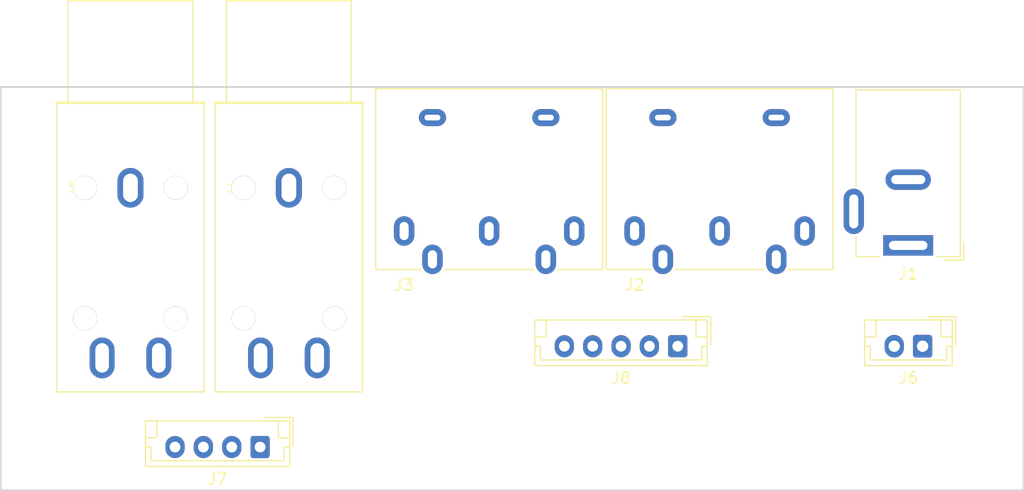
<source format=kicad_pcb>
(kicad_pcb (version 20171130) (host pcbnew "(5.0.2-5)-5")

  (general
    (thickness 1.6)
    (drawings 4)
    (tracks 0)
    (zones 0)
    (modules 8)
    (nets 20)
  )

  (page A4)
  (layers
    (0 F.Cu signal)
    (31 B.Cu signal)
    (32 B.Adhes user)
    (33 F.Adhes user)
    (34 B.Paste user)
    (35 F.Paste user)
    (36 B.SilkS user)
    (37 F.SilkS user)
    (38 B.Mask user)
    (39 F.Mask user)
    (40 Dwgs.User user)
    (41 Cmts.User user)
    (42 Eco1.User user)
    (43 Eco2.User user)
    (44 Edge.Cuts user)
    (45 Margin user)
    (46 B.CrtYd user)
    (47 F.CrtYd user)
    (48 B.Fab user)
    (49 F.Fab user)
  )

  (setup
    (last_trace_width 0.25)
    (trace_clearance 0.2)
    (zone_clearance 0.508)
    (zone_45_only no)
    (trace_min 0.2)
    (segment_width 0.2)
    (edge_width 0.15)
    (via_size 0.8)
    (via_drill 0.4)
    (via_min_size 0.4)
    (via_min_drill 0.3)
    (uvia_size 0.3)
    (uvia_drill 0.1)
    (uvias_allowed no)
    (uvia_min_size 0.2)
    (uvia_min_drill 0.1)
    (pcb_text_width 0.3)
    (pcb_text_size 1.5 1.5)
    (mod_edge_width 0.15)
    (mod_text_size 1 1)
    (mod_text_width 0.15)
    (pad_size 1.524 1.524)
    (pad_drill 0.762)
    (pad_to_mask_clearance 0.051)
    (solder_mask_min_width 0.25)
    (aux_axis_origin 0 0)
    (visible_elements FFFFFF7F)
    (pcbplotparams
      (layerselection 0x010fc_ffffffff)
      (usegerberextensions false)
      (usegerberattributes false)
      (usegerberadvancedattributes false)
      (creategerberjobfile false)
      (excludeedgelayer true)
      (linewidth 0.100000)
      (plotframeref false)
      (viasonmask false)
      (mode 1)
      (useauxorigin false)
      (hpglpennumber 1)
      (hpglpenspeed 20)
      (hpglpendiameter 15.000000)
      (psnegative false)
      (psa4output false)
      (plotreference true)
      (plotvalue true)
      (plotinvisibletext false)
      (padsonsilk false)
      (subtractmaskfromsilk false)
      (outputformat 1)
      (mirror false)
      (drillshape 1)
      (scaleselection 1)
      (outputdirectory ""))
  )

  (net 0 "")
  (net 1 "Net-(J1-Pad3)")
  (net 2 POW2)
  (net 3 POW1)
  (net 4 MIN_4)
  (net 5 "Net-(J2-Pad1)")
  (net 6 "Net-(J2-Pad2)")
  (net 7 "Net-(J2-Pad3)")
  (net 8 MIN_5)
  (net 9 MOUT_5)
  (net 10 "Net-(J3-Pad3)")
  (net 11 MOUT_2)
  (net 12 "Net-(J3-Pad1)")
  (net 13 MOUT_4)
  (net 14 IN_T)
  (net 15 "Net-(J4-PadR)")
  (net 16 IN_S)
  (net 17 OUT_S)
  (net 18 "Net-(J5-PadR)")
  (net 19 OUT_T)

  (net_class Default "This is the default net class."
    (clearance 0.2)
    (trace_width 0.25)
    (via_dia 0.8)
    (via_drill 0.4)
    (uvia_dia 0.3)
    (uvia_drill 0.1)
    (add_net IN_S)
    (add_net IN_T)
    (add_net MIN_4)
    (add_net MIN_5)
    (add_net MOUT_2)
    (add_net MOUT_4)
    (add_net MOUT_5)
    (add_net "Net-(J1-Pad3)")
    (add_net "Net-(J2-Pad1)")
    (add_net "Net-(J2-Pad2)")
    (add_net "Net-(J2-Pad3)")
    (add_net "Net-(J3-Pad1)")
    (add_net "Net-(J3-Pad3)")
    (add_net "Net-(J4-PadR)")
    (add_net "Net-(J5-PadR)")
    (add_net OUT_S)
    (add_net OUT_T)
    (add_net POW1)
    (add_net POW2)
  )

  (module Connector_BarrelJack:BarrelJack_Wuerth_6941xx301002 (layer F.Cu) (tedit 5B191DE1) (tstamp 5DB656F0)
    (at 184.15 100.33 180)
    (descr "Wuerth electronics barrel jack connector (5.5mm outher diameter, inner diameter 2.05mm or 2.55mm depending on exact order number), See: http://katalog.we-online.de/em/datasheet/6941xx301002.pdf")
    (tags "connector barrel jack")
    (path /5DB640A8)
    (fp_text reference J1 (at 0 -2.5 180) (layer F.SilkS)
      (effects (font (size 1 1) (thickness 0.15)))
    )
    (fp_text value Barrel_Jack_Switch (at 0 15.5 180) (layer F.Fab)
      (effects (font (size 1 1) (thickness 0.15)))
    )
    (fp_line (start 5 14.1) (end 5 5.5) (layer F.CrtYd) (width 0.05))
    (fp_line (start 4.6 5.2) (end 4.6 13.7) (layer F.SilkS) (width 0.12))
    (fp_line (start -4.5 0.1) (end -3.5 -0.9) (layer F.Fab) (width 0.1))
    (fp_line (start 4.5 -0.9) (end -3.5 -0.9) (layer F.Fab) (width 0.1))
    (fp_line (start 4.5 -0.9) (end 4.5 13.6) (layer F.Fab) (width 0.1))
    (fp_line (start 4.5 13.6) (end -4.5 13.6) (layer F.Fab) (width 0.1))
    (fp_line (start -4.5 13.6) (end -4.5 0.1) (layer F.Fab) (width 0.1))
    (fp_text user %R (at 0 7.5 180) (layer F.Fab)
      (effects (font (size 1 1) (thickness 0.15)))
    )
    (fp_line (start 4.6 13.7) (end -4.6 13.7) (layer F.SilkS) (width 0.12))
    (fp_line (start -4.6 13.7) (end -4.6 -1) (layer F.SilkS) (width 0.12))
    (fp_line (start 2.5 -1) (end 4.6 -1) (layer F.SilkS) (width 0.12))
    (fp_line (start 4.6 -1) (end 4.6 0.8) (layer F.SilkS) (width 0.12))
    (fp_line (start -3.2 -1.3) (end -4.9 -1.3) (layer F.SilkS) (width 0.12))
    (fp_line (start -4.9 -1.3) (end -4.9 0.3) (layer F.SilkS) (width 0.12))
    (fp_line (start 5 -1.4) (end -5 -1.4) (layer F.CrtYd) (width 0.05))
    (fp_line (start -5 -1.4) (end -5 14.1) (layer F.CrtYd) (width 0.05))
    (fp_line (start -5 14.1) (end 5 14.1) (layer F.CrtYd) (width 0.05))
    (fp_line (start 5 0.5) (end 5 -1.4) (layer F.CrtYd) (width 0.05))
    (fp_line (start 6.2 0.5) (end 6.2 5.5) (layer F.CrtYd) (width 0.05))
    (fp_line (start 6.2 5.5) (end 5 5.5) (layer F.CrtYd) (width 0.05))
    (fp_line (start 6.2 0.5) (end 5 0.5) (layer F.CrtYd) (width 0.05))
    (fp_line (start -4.6 -1) (end -2.5 -1) (layer F.SilkS) (width 0.12))
    (pad 3 thru_hole oval (at 4.8 3 270) (size 4 1.8) (drill oval 3 0.8) (layers *.Cu *.Mask)
      (net 1 "Net-(J1-Pad3)"))
    (pad 2 thru_hole oval (at 0 5.8 180) (size 4 1.8) (drill oval 3 0.8) (layers *.Cu *.Mask)
      (net 2 POW2))
    (pad 1 thru_hole rect (at 0 0 180) (size 4.4 1.8) (drill oval 3.4 0.8) (layers *.Cu *.Mask)
      (net 3 POW1))
    (model ${KISYS3DMOD}/Connector_BarrelJack.3dshapes/BarrelJack_Wuerth_6941xx301002.wrl
      (at (xyz 0 0 0))
      (scale (xyz 1 1 1))
      (rotate (xyz 0 0 0))
    )
  )

  (module Connectors:DIN5MIDI-OOTDTY (layer F.Cu) (tedit 5D911197) (tstamp 5DB659FB)
    (at 160.02 99.06)
    (descr "standard DIN connector, 5 pins, midi")
    (tags "OOTDTY DIN 5-pins connector midi")
    (path /5DB63F10)
    (fp_text reference J2 (at 0 4.75) (layer F.SilkS)
      (effects (font (size 1 1) (thickness 0.15)))
    )
    (fp_text value DIN-5_180degree (at 7.49 -4.27 180) (layer F.Fab)
      (effects (font (size 1 1) (thickness 0.15)))
    )
    (fp_line (start 17.5 3.39) (end 13.54 3.39) (layer F.SilkS) (width 0.12))
    (fp_line (start 17.5 3.39) (end 17.5 -12.54) (layer F.SilkS) (width 0.12))
    (fp_line (start 17.5 -12.54) (end -2.5 -12.54) (layer F.SilkS) (width 0.12))
    (fp_line (start -2.5 3.39) (end -2.5 -12.54) (layer F.SilkS) (width 0.12))
    (fp_line (start 11.44 3.39) (end 3.57 3.39) (layer F.SilkS) (width 0.12))
    (fp_line (start 1.46 3.39) (end -2.5 3.39) (layer F.SilkS) (width 0.12))
    (fp_line (start 17.75 3.9) (end -2.75 3.9) (layer F.CrtYd) (width 0.05))
    (fp_line (start -2.75 -12.8) (end -2.75 3.9) (layer F.CrtYd) (width 0.05))
    (fp_line (start 17.75 -12.8) (end -2.75 -12.8) (layer F.CrtYd) (width 0.05))
    (fp_line (start 17.75 3.9) (end 17.75 -12.8) (layer F.CrtYd) (width 0.05))
    (pad 4 thru_hole oval (at 2.5 2.5) (size 1.8 2.6) (drill oval 0.8 1.6) (layers *.Cu *.Mask)
      (net 4 MIN_4))
    (pad 1 thru_hole oval (at 0 0) (size 1.8 2.6) (drill oval 0.8 1.6) (layers *.Cu *.Mask)
      (net 5 "Net-(J2-Pad1)"))
    (pad 2 thru_hole oval (at 7.5 0) (size 1.8 2.6) (drill oval 0.8 1.6) (layers *.Cu *.Mask)
      (net 6 "Net-(J2-Pad2)"))
    (pad 3 thru_hole oval (at 15 0) (size 1.8 2.6) (drill oval 0.8 1.6) (layers *.Cu *.Mask)
      (net 7 "Net-(J2-Pad3)"))
    (pad 5 thru_hole oval (at 12.5 2.5) (size 1.8 2.6) (drill oval 0.8 1.6) (layers *.Cu *.Mask)
      (net 8 MIN_5))
    (pad "" thru_hole oval (at 2.5 -10) (size 2.4 1.5) (drill oval 1.4 0.5) (layers *.Cu *.Mask))
    (pad "" thru_hole oval (at 12.5 -10) (size 2.4 1.5) (drill oval 1.4 0.5) (layers *.Cu *.Mask))
    (model ${KISYS3DMOD}/Connectors.3dshapes/SDS-50J.wrl
      (offset (xyz 7.365999889373779 12.44599981307983 0))
      (scale (xyz 0.39 0.39 0.39))
      (rotate (xyz -90 0 180))
    )
  )

  (module Connectors:DIN5MIDI-OOTDTY (layer F.Cu) (tedit 5D911197) (tstamp 5DB6571A)
    (at 139.7 99.06)
    (descr "standard DIN connector, 5 pins, midi")
    (tags "OOTDTY DIN 5-pins connector midi")
    (path /5DB64337)
    (fp_text reference J3 (at 0 4.75) (layer F.SilkS)
      (effects (font (size 1 1) (thickness 0.15)))
    )
    (fp_text value DIN-5_180degree (at 7.49 -4.27 180) (layer F.Fab)
      (effects (font (size 1 1) (thickness 0.15)))
    )
    (fp_line (start 17.75 3.9) (end 17.75 -12.8) (layer F.CrtYd) (width 0.05))
    (fp_line (start 17.75 -12.8) (end -2.75 -12.8) (layer F.CrtYd) (width 0.05))
    (fp_line (start -2.75 -12.8) (end -2.75 3.9) (layer F.CrtYd) (width 0.05))
    (fp_line (start 17.75 3.9) (end -2.75 3.9) (layer F.CrtYd) (width 0.05))
    (fp_line (start 1.46 3.39) (end -2.5 3.39) (layer F.SilkS) (width 0.12))
    (fp_line (start 11.44 3.39) (end 3.57 3.39) (layer F.SilkS) (width 0.12))
    (fp_line (start -2.5 3.39) (end -2.5 -12.54) (layer F.SilkS) (width 0.12))
    (fp_line (start 17.5 -12.54) (end -2.5 -12.54) (layer F.SilkS) (width 0.12))
    (fp_line (start 17.5 3.39) (end 17.5 -12.54) (layer F.SilkS) (width 0.12))
    (fp_line (start 17.5 3.39) (end 13.54 3.39) (layer F.SilkS) (width 0.12))
    (pad "" thru_hole oval (at 12.5 -10) (size 2.4 1.5) (drill oval 1.4 0.5) (layers *.Cu *.Mask))
    (pad "" thru_hole oval (at 2.5 -10) (size 2.4 1.5) (drill oval 1.4 0.5) (layers *.Cu *.Mask))
    (pad 5 thru_hole oval (at 12.5 2.5) (size 1.8 2.6) (drill oval 0.8 1.6) (layers *.Cu *.Mask)
      (net 9 MOUT_5))
    (pad 3 thru_hole oval (at 15 0) (size 1.8 2.6) (drill oval 0.8 1.6) (layers *.Cu *.Mask)
      (net 10 "Net-(J3-Pad3)"))
    (pad 2 thru_hole oval (at 7.5 0) (size 1.8 2.6) (drill oval 0.8 1.6) (layers *.Cu *.Mask)
      (net 11 MOUT_2))
    (pad 1 thru_hole oval (at 0 0) (size 1.8 2.6) (drill oval 0.8 1.6) (layers *.Cu *.Mask)
      (net 12 "Net-(J3-Pad1)"))
    (pad 4 thru_hole oval (at 2.5 2.5) (size 1.8 2.6) (drill oval 0.8 1.6) (layers *.Cu *.Mask)
      (net 13 MOUT_4))
    (model ${KISYS3DMOD}/Connectors.3dshapes/SDS-50J.wrl
      (offset (xyz 7.365999889373779 12.44599981307983 0))
      (scale (xyz 0.39 0.39 0.39))
      (rotate (xyz -90 0 180))
    )
  )

  (module Connectors:phone-jack-6.3 (layer F.Cu) (tedit 5602A6D3) (tstamp 5DB65730)
    (at 129.54 95.25 270)
    (descr "Phone Jack 6.3 mm")
    (tags "jack connector")
    (path /5DB64365)
    (fp_text reference J4 (at 0 4.75 270) (layer F.SilkS)
      (effects (font (size 1 1) (thickness 0.15)))
    )
    (fp_text value AudioJack3 (at 7.49 -4.27 90) (layer F.Fab)
      (effects (font (size 1 1) (thickness 0.15)))
    )
    (fp_line (start -16.5 5.5) (end -7.5 5.5) (layer F.SilkS) (width 0.12))
    (fp_line (start -16.5 -5.5) (end -16.5 5.5) (layer F.SilkS) (width 0.12))
    (fp_line (start -7.5 -5.5) (end -16.5 -5.5) (layer F.SilkS) (width 0.12))
    (fp_line (start -7.5 6.5) (end -7.5 -6.5) (layer F.SilkS) (width 0.24))
    (fp_line (start 18 6.5) (end -7.5 6.5) (layer F.SilkS) (width 0.12))
    (fp_line (start 18 -6.5) (end 18 6.5) (layer F.SilkS) (width 0.12))
    (fp_line (start -7.5 -6.5) (end 18 -6.5) (layer F.SilkS) (width 0.12))
    (fp_line (start -7.5 6.75) (end -7.5 -6.75) (layer F.CrtYd) (width 0.1))
    (fp_line (start 18.25 6.75) (end -7.5 6.75) (layer F.CrtYd) (width 0.05))
    (fp_line (start 18.25 -6.75) (end 18.25 6.75) (layer F.CrtYd) (width 0.05))
    (fp_line (start -7.5 -6.75) (end 18.25 -6.75) (layer F.CrtYd) (width 0.05))
    (pad "" thru_hole circle (at 11.5 4 270) (size 2.1 2.1) (drill 2.1) (layers *.Cu *.Mask))
    (pad "" thru_hole circle (at 11.5 -4 270) (size 2.1 2.1) (drill 2.1) (layers *.Cu *.Mask))
    (pad "" thru_hole circle (at 0 4 270) (size 2.1 2.1) (drill 2.1) (layers *.Cu *.Mask))
    (pad "" thru_hole circle (at 0 -4 270) (size 2.1 2.1) (drill 2.1) (layers *.Cu *.Mask))
    (pad T thru_hole oval (at 15 -2.5 270) (size 3.6 2.2) (drill oval 2.6 1.2) (layers *.Cu *.Mask)
      (net 14 IN_T))
    (pad R thru_hole oval (at 15 2.5 270) (size 3.6 2.2) (drill oval 2.6 1.2) (layers *.Cu *.Mask)
      (net 15 "Net-(J4-PadR)"))
    (pad S thru_hole oval (at 0 0 270) (size 3.5 2.3) (drill oval 2.5 1.3) (layers *.Cu *.Mask)
      (net 16 IN_S))
    (model ${KISYS3DMOD}/Connectors.3dshapes/phone-jack-6.3.wrl
      (offset (xyz 7.365999889373779 12.44599981307983 0))
      (scale (xyz 0.39 0.39 0.39))
      (rotate (xyz -90 0 180))
    )
  )

  (module Connectors:phone-jack-6.3 (layer F.Cu) (tedit 5602A6D3) (tstamp 5DB65746)
    (at 115.57 95.25 270)
    (descr "Phone Jack 6.3 mm")
    (tags "jack connector")
    (path /5DB63E32)
    (fp_text reference J5 (at 0 4.75 270) (layer F.SilkS)
      (effects (font (size 1 1) (thickness 0.15)))
    )
    (fp_text value AudioJack3 (at 7.49 -4.27 90) (layer F.Fab)
      (effects (font (size 1 1) (thickness 0.15)))
    )
    (fp_line (start -7.5 -6.75) (end 18.25 -6.75) (layer F.CrtYd) (width 0.05))
    (fp_line (start 18.25 -6.75) (end 18.25 6.75) (layer F.CrtYd) (width 0.05))
    (fp_line (start 18.25 6.75) (end -7.5 6.75) (layer F.CrtYd) (width 0.05))
    (fp_line (start -7.5 6.75) (end -7.5 -6.75) (layer F.CrtYd) (width 0.1))
    (fp_line (start -7.5 -6.5) (end 18 -6.5) (layer F.SilkS) (width 0.12))
    (fp_line (start 18 -6.5) (end 18 6.5) (layer F.SilkS) (width 0.12))
    (fp_line (start 18 6.5) (end -7.5 6.5) (layer F.SilkS) (width 0.12))
    (fp_line (start -7.5 6.5) (end -7.5 -6.5) (layer F.SilkS) (width 0.24))
    (fp_line (start -7.5 -5.5) (end -16.5 -5.5) (layer F.SilkS) (width 0.12))
    (fp_line (start -16.5 -5.5) (end -16.5 5.5) (layer F.SilkS) (width 0.12))
    (fp_line (start -16.5 5.5) (end -7.5 5.5) (layer F.SilkS) (width 0.12))
    (pad S thru_hole oval (at 0 0 270) (size 3.5 2.3) (drill oval 2.5 1.3) (layers *.Cu *.Mask)
      (net 17 OUT_S))
    (pad R thru_hole oval (at 15 2.5 270) (size 3.6 2.2) (drill oval 2.6 1.2) (layers *.Cu *.Mask)
      (net 18 "Net-(J5-PadR)"))
    (pad T thru_hole oval (at 15 -2.5 270) (size 3.6 2.2) (drill oval 2.6 1.2) (layers *.Cu *.Mask)
      (net 19 OUT_T))
    (pad "" thru_hole circle (at 0 -4 270) (size 2.1 2.1) (drill 2.1) (layers *.Cu *.Mask))
    (pad "" thru_hole circle (at 0 4 270) (size 2.1 2.1) (drill 2.1) (layers *.Cu *.Mask))
    (pad "" thru_hole circle (at 11.5 -4 270) (size 2.1 2.1) (drill 2.1) (layers *.Cu *.Mask))
    (pad "" thru_hole circle (at 11.5 4 270) (size 2.1 2.1) (drill 2.1) (layers *.Cu *.Mask))
    (model ${KISYS3DMOD}/Connectors.3dshapes/phone-jack-6.3.wrl
      (offset (xyz 7.365999889373779 12.44599981307983 0))
      (scale (xyz 0.39 0.39 0.39))
      (rotate (xyz -90 0 180))
    )
  )

  (module Connector_JST:JST_EH_B02B-EH-A_1x02_P2.50mm_Vertical (layer F.Cu) (tedit 5B772AC7) (tstamp 5DB65766)
    (at 185.42 109.22 180)
    (descr "JST EH series connector, B02B-EH-A (http://www.jst-mfg.com/product/pdf/eng/eEH.pdf), generated with kicad-footprint-generator")
    (tags "connector JST EH side entry")
    (path /5DB64A49)
    (fp_text reference J6 (at 1.25 -2.8 180) (layer F.SilkS)
      (effects (font (size 1 1) (thickness 0.15)))
    )
    (fp_text value Conn_01x02_Male (at 1.25 3.4 180) (layer F.Fab)
      (effects (font (size 1 1) (thickness 0.15)))
    )
    (fp_line (start -2.5 -1.6) (end -2.5 2.2) (layer F.Fab) (width 0.1))
    (fp_line (start -2.5 2.2) (end 5 2.2) (layer F.Fab) (width 0.1))
    (fp_line (start 5 2.2) (end 5 -1.6) (layer F.Fab) (width 0.1))
    (fp_line (start 5 -1.6) (end -2.5 -1.6) (layer F.Fab) (width 0.1))
    (fp_line (start -3 -2.1) (end -3 2.7) (layer F.CrtYd) (width 0.05))
    (fp_line (start -3 2.7) (end 5.5 2.7) (layer F.CrtYd) (width 0.05))
    (fp_line (start 5.5 2.7) (end 5.5 -2.1) (layer F.CrtYd) (width 0.05))
    (fp_line (start 5.5 -2.1) (end -3 -2.1) (layer F.CrtYd) (width 0.05))
    (fp_line (start -2.61 -1.71) (end -2.61 2.31) (layer F.SilkS) (width 0.12))
    (fp_line (start -2.61 2.31) (end 5.11 2.31) (layer F.SilkS) (width 0.12))
    (fp_line (start 5.11 2.31) (end 5.11 -1.71) (layer F.SilkS) (width 0.12))
    (fp_line (start 5.11 -1.71) (end -2.61 -1.71) (layer F.SilkS) (width 0.12))
    (fp_line (start -2.61 0) (end -2.11 0) (layer F.SilkS) (width 0.12))
    (fp_line (start -2.11 0) (end -2.11 -1.21) (layer F.SilkS) (width 0.12))
    (fp_line (start -2.11 -1.21) (end 4.61 -1.21) (layer F.SilkS) (width 0.12))
    (fp_line (start 4.61 -1.21) (end 4.61 0) (layer F.SilkS) (width 0.12))
    (fp_line (start 4.61 0) (end 5.11 0) (layer F.SilkS) (width 0.12))
    (fp_line (start -2.61 0.81) (end -1.61 0.81) (layer F.SilkS) (width 0.12))
    (fp_line (start -1.61 0.81) (end -1.61 2.31) (layer F.SilkS) (width 0.12))
    (fp_line (start 5.11 0.81) (end 4.11 0.81) (layer F.SilkS) (width 0.12))
    (fp_line (start 4.11 0.81) (end 4.11 2.31) (layer F.SilkS) (width 0.12))
    (fp_line (start -2.91 0.11) (end -2.91 2.61) (layer F.SilkS) (width 0.12))
    (fp_line (start -2.91 2.61) (end -0.41 2.61) (layer F.SilkS) (width 0.12))
    (fp_line (start -2.91 0.11) (end -2.91 2.61) (layer F.Fab) (width 0.1))
    (fp_line (start -2.91 2.61) (end -0.41 2.61) (layer F.Fab) (width 0.1))
    (fp_text user %R (at 1.25 1.5 180) (layer F.Fab)
      (effects (font (size 1 1) (thickness 0.15)))
    )
    (pad 1 thru_hole roundrect (at 0 0 180) (size 1.7 2) (drill 1) (layers *.Cu *.Mask) (roundrect_rratio 0.147059)
      (net 3 POW1))
    (pad 2 thru_hole oval (at 2.5 0 180) (size 1.7 2) (drill 1) (layers *.Cu *.Mask)
      (net 2 POW2))
    (model ${KISYS3DMOD}/Connector_JST.3dshapes/JST_EH_B02B-EH-A_1x02_P2.50mm_Vertical.wrl
      (at (xyz 0 0 0))
      (scale (xyz 1 1 1))
      (rotate (xyz 0 0 0))
    )
  )

  (module Connector_JST:JST_EH_B04B-EH-A_1x04_P2.50mm_Vertical (layer F.Cu) (tedit 5B772AC7) (tstamp 5DB65788)
    (at 127 118.11 180)
    (descr "JST EH series connector, B04B-EH-A (http://www.jst-mfg.com/product/pdf/eng/eEH.pdf), generated with kicad-footprint-generator")
    (tags "connector JST EH side entry")
    (path /5DB64B97)
    (fp_text reference J7 (at 3.75 -2.8 180) (layer F.SilkS)
      (effects (font (size 1 1) (thickness 0.15)))
    )
    (fp_text value Conn_01x04_Male (at 3.75 3.4 180) (layer F.Fab)
      (effects (font (size 1 1) (thickness 0.15)))
    )
    (fp_line (start -2.5 -1.6) (end -2.5 2.2) (layer F.Fab) (width 0.1))
    (fp_line (start -2.5 2.2) (end 10 2.2) (layer F.Fab) (width 0.1))
    (fp_line (start 10 2.2) (end 10 -1.6) (layer F.Fab) (width 0.1))
    (fp_line (start 10 -1.6) (end -2.5 -1.6) (layer F.Fab) (width 0.1))
    (fp_line (start -3 -2.1) (end -3 2.7) (layer F.CrtYd) (width 0.05))
    (fp_line (start -3 2.7) (end 10.5 2.7) (layer F.CrtYd) (width 0.05))
    (fp_line (start 10.5 2.7) (end 10.5 -2.1) (layer F.CrtYd) (width 0.05))
    (fp_line (start 10.5 -2.1) (end -3 -2.1) (layer F.CrtYd) (width 0.05))
    (fp_line (start -2.61 -1.71) (end -2.61 2.31) (layer F.SilkS) (width 0.12))
    (fp_line (start -2.61 2.31) (end 10.11 2.31) (layer F.SilkS) (width 0.12))
    (fp_line (start 10.11 2.31) (end 10.11 -1.71) (layer F.SilkS) (width 0.12))
    (fp_line (start 10.11 -1.71) (end -2.61 -1.71) (layer F.SilkS) (width 0.12))
    (fp_line (start -2.61 0) (end -2.11 0) (layer F.SilkS) (width 0.12))
    (fp_line (start -2.11 0) (end -2.11 -1.21) (layer F.SilkS) (width 0.12))
    (fp_line (start -2.11 -1.21) (end 9.61 -1.21) (layer F.SilkS) (width 0.12))
    (fp_line (start 9.61 -1.21) (end 9.61 0) (layer F.SilkS) (width 0.12))
    (fp_line (start 9.61 0) (end 10.11 0) (layer F.SilkS) (width 0.12))
    (fp_line (start -2.61 0.81) (end -1.61 0.81) (layer F.SilkS) (width 0.12))
    (fp_line (start -1.61 0.81) (end -1.61 2.31) (layer F.SilkS) (width 0.12))
    (fp_line (start 10.11 0.81) (end 9.11 0.81) (layer F.SilkS) (width 0.12))
    (fp_line (start 9.11 0.81) (end 9.11 2.31) (layer F.SilkS) (width 0.12))
    (fp_line (start -2.91 0.11) (end -2.91 2.61) (layer F.SilkS) (width 0.12))
    (fp_line (start -2.91 2.61) (end -0.41 2.61) (layer F.SilkS) (width 0.12))
    (fp_line (start -2.91 0.11) (end -2.91 2.61) (layer F.Fab) (width 0.1))
    (fp_line (start -2.91 2.61) (end -0.41 2.61) (layer F.Fab) (width 0.1))
    (fp_text user %R (at 3.75 1.5 180) (layer F.Fab)
      (effects (font (size 1 1) (thickness 0.15)))
    )
    (pad 1 thru_hole roundrect (at 0 0 180) (size 1.7 1.95) (drill 0.95) (layers *.Cu *.Mask) (roundrect_rratio 0.147059)
      (net 16 IN_S))
    (pad 2 thru_hole oval (at 2.5 0 180) (size 1.7 1.95) (drill 0.95) (layers *.Cu *.Mask)
      (net 14 IN_T))
    (pad 3 thru_hole oval (at 5 0 180) (size 1.7 1.95) (drill 0.95) (layers *.Cu *.Mask)
      (net 17 OUT_S))
    (pad 4 thru_hole oval (at 7.5 0 180) (size 1.7 1.95) (drill 0.95) (layers *.Cu *.Mask)
      (net 19 OUT_T))
    (model ${KISYS3DMOD}/Connector_JST.3dshapes/JST_EH_B04B-EH-A_1x04_P2.50mm_Vertical.wrl
      (at (xyz 0 0 0))
      (scale (xyz 1 1 1))
      (rotate (xyz 0 0 0))
    )
  )

  (module Connector_JST:JST_EH_B05B-EH-A_1x05_P2.50mm_Vertical (layer F.Cu) (tedit 5B772AC7) (tstamp 5DB657AB)
    (at 163.83 109.22 180)
    (descr "JST EH series connector, B05B-EH-A (http://www.jst-mfg.com/product/pdf/eng/eEH.pdf), generated with kicad-footprint-generator")
    (tags "connector JST EH side entry")
    (path /5DB64BED)
    (fp_text reference J8 (at 5 -2.8 180) (layer F.SilkS)
      (effects (font (size 1 1) (thickness 0.15)))
    )
    (fp_text value Conn_01x05_Male (at 5 3.4 180) (layer F.Fab)
      (effects (font (size 1 1) (thickness 0.15)))
    )
    (fp_line (start -2.5 -1.6) (end -2.5 2.2) (layer F.Fab) (width 0.1))
    (fp_line (start -2.5 2.2) (end 12.5 2.2) (layer F.Fab) (width 0.1))
    (fp_line (start 12.5 2.2) (end 12.5 -1.6) (layer F.Fab) (width 0.1))
    (fp_line (start 12.5 -1.6) (end -2.5 -1.6) (layer F.Fab) (width 0.1))
    (fp_line (start -3 -2.1) (end -3 2.7) (layer F.CrtYd) (width 0.05))
    (fp_line (start -3 2.7) (end 13 2.7) (layer F.CrtYd) (width 0.05))
    (fp_line (start 13 2.7) (end 13 -2.1) (layer F.CrtYd) (width 0.05))
    (fp_line (start 13 -2.1) (end -3 -2.1) (layer F.CrtYd) (width 0.05))
    (fp_line (start -2.61 -1.71) (end -2.61 2.31) (layer F.SilkS) (width 0.12))
    (fp_line (start -2.61 2.31) (end 12.61 2.31) (layer F.SilkS) (width 0.12))
    (fp_line (start 12.61 2.31) (end 12.61 -1.71) (layer F.SilkS) (width 0.12))
    (fp_line (start 12.61 -1.71) (end -2.61 -1.71) (layer F.SilkS) (width 0.12))
    (fp_line (start -2.61 0) (end -2.11 0) (layer F.SilkS) (width 0.12))
    (fp_line (start -2.11 0) (end -2.11 -1.21) (layer F.SilkS) (width 0.12))
    (fp_line (start -2.11 -1.21) (end 12.11 -1.21) (layer F.SilkS) (width 0.12))
    (fp_line (start 12.11 -1.21) (end 12.11 0) (layer F.SilkS) (width 0.12))
    (fp_line (start 12.11 0) (end 12.61 0) (layer F.SilkS) (width 0.12))
    (fp_line (start -2.61 0.81) (end -1.61 0.81) (layer F.SilkS) (width 0.12))
    (fp_line (start -1.61 0.81) (end -1.61 2.31) (layer F.SilkS) (width 0.12))
    (fp_line (start 12.61 0.81) (end 11.61 0.81) (layer F.SilkS) (width 0.12))
    (fp_line (start 11.61 0.81) (end 11.61 2.31) (layer F.SilkS) (width 0.12))
    (fp_line (start -2.91 0.11) (end -2.91 2.61) (layer F.SilkS) (width 0.12))
    (fp_line (start -2.91 2.61) (end -0.41 2.61) (layer F.SilkS) (width 0.12))
    (fp_line (start -2.91 0.11) (end -2.91 2.61) (layer F.Fab) (width 0.1))
    (fp_line (start -2.91 2.61) (end -0.41 2.61) (layer F.Fab) (width 0.1))
    (fp_text user %R (at 5 1.5 180) (layer F.Fab)
      (effects (font (size 1 1) (thickness 0.15)))
    )
    (pad 1 thru_hole roundrect (at 0 0 180) (size 1.7 1.95) (drill 0.95) (layers *.Cu *.Mask) (roundrect_rratio 0.147059)
      (net 8 MIN_5))
    (pad 2 thru_hole oval (at 2.5 0 180) (size 1.7 1.95) (drill 0.95) (layers *.Cu *.Mask)
      (net 4 MIN_4))
    (pad 3 thru_hole oval (at 5 0 180) (size 1.7 1.95) (drill 0.95) (layers *.Cu *.Mask)
      (net 9 MOUT_5))
    (pad 4 thru_hole oval (at 7.5 0 180) (size 1.7 1.95) (drill 0.95) (layers *.Cu *.Mask)
      (net 11 MOUT_2))
    (pad 5 thru_hole oval (at 10 0 180) (size 1.7 1.95) (drill 0.95) (layers *.Cu *.Mask)
      (net 13 MOUT_4))
    (model ${KISYS3DMOD}/Connector_JST.3dshapes/JST_EH_B05B-EH-A_1x05_P2.50mm_Vertical.wrl
      (at (xyz 0 0 0))
      (scale (xyz 1 1 1))
      (rotate (xyz 0 0 0))
    )
  )

  (gr_line (start 104.14 121.92) (end 104.14 86.36) (layer Edge.Cuts) (width 0.15))
  (gr_line (start 194.31 121.92) (end 104.14 121.92) (layer Edge.Cuts) (width 0.15))
  (gr_line (start 194.31 86.36) (end 194.31 121.92) (layer Edge.Cuts) (width 0.15))
  (gr_line (start 104.14 86.36) (end 194.31 86.36) (layer Edge.Cuts) (width 0.15))

)

</source>
